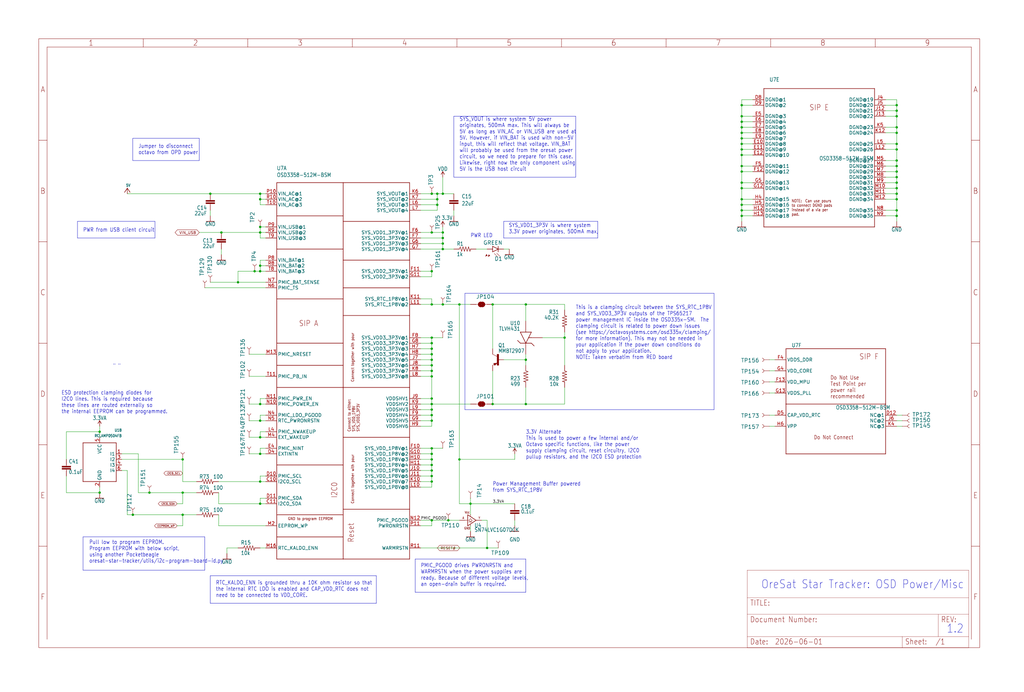
<source format=kicad_sch>
(kicad_sch (version 20250114) (generator "eeschema") (generator_version "9.0")
  (paper "User" 469.9 317.627)
  (text "\" \"" (at 51.816 169.164 0) (effects (font (size 1.778 1.5113)) (justify left bottom)))
  (text "PWR LED" (at 215.9 109.22 0) (effects (font (size 1.778 1.5113)) (justify left bottom)))
  (text "RTC_KALDO_ENN is grounded thru a 10K ohm resistor so that\nthe internal RTC LDO is enabled and CAP_VDD_RTC does not\nneed to be connected to VDD_CORE." (at 99.06 274.32 0) (effects (font (size 1.778 1.5113)) (justify left bottom)))
  (text "PWR from USB client circuit" (at 38.1 106.68 0) (effects (font (size 1.778 1.5113)) (justify left bottom)))
  (text "1.2" (at 434.34 290.83 0) (effects (font (size 3.81 3.2385)) (justify left bottom)))
  (text "PMIC_PGOOD drives PWRONRSTN and\nWARMRSTN when the power supplies are\nready. Because of different voltage levels,\nan open-drain buffer is required." (at 193.04 269.24 0) (effects (font (size 1.778 1.5113)) (justify left bottom)))
  (text "3.3V Alternate\nThis is used to power a few internal and/or\nOctavo specific functions, like the power\nsupply clamping circuit, reset circuitry, I2C0\npullup resistors, and the I2C0 ESD protection" (at 241.3 210.82 0) (effects (font (size 1.778 1.5113)) (justify left bottom)))
  (text "Pull low to program EEPROM.\nProgram EEPROM with below script,\nusing another Pocketbeagle\noresat-star-tracker/utils/i2c-program-board-id.py" (at 40.894 258.572 0) (effects (font (size 1.778 1.5113)) (justify left bottom)))
  (text "Power Management Buffer powered\nfrom SYS_RTC_1P8V" (at 226.06 226.06 0) (effects (font (size 1.778 1.5113)) (justify left bottom)))
  (text "SYS_VDD1_3P3V is where system\n3.3V power originates, 500mA max," (at 233.426 107.442 0) (effects (font (size 1.778 1.5113)) (justify left bottom)))
  (text "SYS_VOUT is where system 5V power\noriginates, 500mA max. This will always be\n5V as long as VIN_AC or VIN_USB are used at\n5V. However, if VIN_BAT is used with non-5V\ninput, this will reflect that voltage. VIN_BAT\nwill probably be used from the oresat power\ncircuit, so we need to prepare for this case.\nLikewise, right now the only component using\n5V is the USB host circuit" (at 210.82 78.74 0) (effects (font (size 1.778 1.5113)) (justify left bottom)))
  (text "OreSat Star Tracker: OSD Power/Misc" (at 349.25 270.51 0) (effects (font (size 3.81 3.2385)) (justify left bottom)))
  (text "This is a clamping circuit between the SYS_RTC_1P8V\nand SYS_VDD3_3P3V outputs of the TPS65217\npower management IC inside the OSD335x-SM.  The\nclamping circuit is related to power down issues\n(see https://octavosystems.com/osd335x/clamping/\nfor more information). This may not be needed in\nyour application if the power down conditions do\nnot apply to your application.\nNOTE: Taken verbatim from RED board" (at 264.16 165.1 0) (effects (font (size 1.778 1.5113)) (justify left bottom)))
  (text "Jumper to disconnect\noctavo from OPD power" (at 63.5 71.12 0) (effects (font (size 1.778 1.5113)) (justify left bottom)))
  (text "ESD protection clamping diodes for\nI2C0 lines. This is required because\nthese lines are routed externally so\nthe internal EEPROM can be programmed." (at 28.194 189.992 0) (effects (font (size 1.778 1.5113)) (justify left bottom)))
  (junction (at 119.38 208.28))
  (junction (at 198.12 167.64))
  (junction (at 226.06 139.7))
  (junction (at 203.2 109.22))
  (junction (at 340.36 96.52))
  (junction (at 203.2 114.3))
  (junction (at 198.12 220.98))
  (junction (at 203.2 111.76))
  (junction (at 198.12 88.9))
  (junction (at 203.2 88.9))
  (junction (at 198.12 182.88))
  (junction (at 411.48 68.58))
  (junction (at 210.82 210.82))
  (junction (at 411.48 96.52))
  (junction (at 200.66 93.98))
  (junction (at 198.12 193.04))
  (junction (at 340.36 53.34))
  (junction (at 198.12 210.82))
  (junction (at 411.48 48.26))
  (junction (at 119.38 185.42))
  (junction (at 340.36 60.96))
  (junction (at 200.66 88.9))
  (junction (at 340.36 91.44))
  (junction (at 198.12 238.76))
  (junction (at 68.58 226.06))
  (junction (at 45.72 198.12))
  (junction (at 198.12 213.36))
  (junction (at 203.2 139.7))
  (junction (at 119.38 88.9))
  (junction (at 198.12 190.5))
  (junction (at 198.12 172.72))
  (junction (at 198.12 165.1))
  (junction (at 198.12 205.74))
  (junction (at 411.48 66.04))
  (junction (at 340.36 63.5))
  (junction (at 198.12 154.94))
  (junction (at 198.12 218.44))
  (junction (at 241.3 139.7))
  (junction (at 101.6 106.68))
  (junction (at 340.36 78.74))
  (junction (at 198.12 157.48))
  (junction (at 83.82 210.82))
  (junction (at 198.12 124.46))
  (junction (at 411.48 83.82))
  (junction (at 198.12 139.7))
  (junction (at 198.12 215.9))
  (junction (at 198.12 106.68))
  (junction (at 205.74 238.76))
  (junction (at 241.3 185.42))
  (junction (at 411.48 53.34))
  (junction (at 215.9 231.14))
  (junction (at 200.66 91.44))
  (junction (at 119.38 91.44))
  (junction (at 198.12 187.96))
  (junction (at 340.36 55.88))
  (junction (at 119.38 104.14))
  (junction (at 203.2 106.68))
  (junction (at 411.48 58.42))
  (junction (at 411.48 78.74))
  (junction (at 411.48 86.36))
  (junction (at 198.12 170.18))
  (junction (at 119.38 193.04))
  (junction (at 411.48 76.2))
  (junction (at 340.36 76.2))
  (junction (at 198.12 208.28))
  (junction (at 83.82 226.06))
  (junction (at 45.72 226.06))
  (junction (at 109.22 129.54))
  (junction (at 411.48 50.8))
  (junction (at 226.06 185.42))
  (junction (at 411.48 88.9))
  (junction (at 119.38 220.98))
  (junction (at 340.36 71.12))
  (junction (at 198.12 162.56))
  (junction (at 198.12 185.42))
  (junction (at 411.48 60.96))
  (junction (at 119.38 231.14))
  (junction (at 340.36 66.04))
  (junction (at 411.48 91.44))
  (junction (at 340.36 83.82))
  (junction (at 340.36 68.58))
  (junction (at 83.82 236.22))
  (junction (at 210.82 139.7))
  (junction (at 119.38 121.92))
  (junction (at 96.52 88.9))
  (junction (at 411.48 73.66))
  (junction (at 259.08 154.94))
  (junction (at 119.38 124.46))
  (junction (at 340.36 58.42))
  (junction (at 340.36 86.36))
  (junction (at 119.38 200.66))
  (junction (at 119.38 106.68))
  (junction (at 223.52 251.46))
  (junction (at 340.36 93.98))
  (junction (at 340.36 48.26))
  (junction (at 198.12 160.02))
  (junction (at 116.84 124.46))
  (junction (at 340.36 99.06))
  (junction (at 411.48 81.28))
  (junction (at 241.3 165.1))
  (junction (at 411.48 99.06))
  (junction (at 60.96 236.22))
  (wire (pts (xy 203.2 88.9) (xy 203.2 81.28)) (stroke (width 0.1524)))
  (polyline (pts (xy 172.72 264.16) (xy 96.52 264.16)) (stroke (width 0.1524) (type solid)))
  (wire (pts (xy 345.44 91.44) (xy 340.36 91.44)) (stroke (width 0.1524)))
  (wire (pts (xy 241.3 185.42) (xy 259.08 185.42)) (stroke (width 0.1524)))
  (wire (pts (xy 340.36 86.36) (xy 340.36 83.82)) (stroke (width 0.1524)))
  (wire (pts (xy 193.04 172.72) (xy 198.12 172.72)) (stroke (width 0.1524)))
  (wire (pts (xy 411.48 99.06) (xy 406.4 99.06)) (stroke (width 0.1524)))
  (wire (pts (xy 198.12 157.48) (xy 198.12 154.94)) (stroke (width 0.1524)))
  (polyline (pts (xy 91.44 63.5) (xy 60.96 63.5)) (stroke (width 0.1524) (type solid)))
  (wire (pts (xy 411.48 99.06) (xy 411.48 96.52)) (stroke (width 0.1524)))
  (polyline (pts (xy 213.36 134.62) (xy 327.66 134.62)) (stroke (width 0.1524) (type solid)))
  (wire (pts (xy 198.12 223.52) (xy 198.12 220.98)) (stroke (width 0.1524)))
  (wire (pts (xy 411.48 86.36) (xy 411.48 83.82)) (stroke (width 0.1524)))
  (wire (pts (xy 210.82 231.14) (xy 215.9 231.14)) (stroke (width 0.1524)))
  (wire (pts (xy 340.36 63.5) (xy 340.36 66.04)) (stroke (width 0.1524)))
  (polyline (pts (xy 35.56 101.6) (xy 35.56 109.22)) (stroke (width 0.1524) (type solid)))
  (wire (pts (xy 411.48 66.04) (xy 411.48 68.58)) (stroke (width 0.1524)))
  (wire (pts (xy 193.04 162.56) (xy 198.12 162.56)) (stroke (width 0.1524)))
  (wire (pts (xy 193.04 208.28) (xy 198.12 208.28)) (stroke (width 0.1524)))
  (wire (pts (xy 340.36 53.34) (xy 340.36 55.88)) (stroke (width 0.1524)))
  (wire (pts (xy 223.52 251.46) (xy 228.6 251.46)) (stroke (width 0.1524)))
  (wire (pts (xy 83.82 220.98) (xy 83.82 210.82)) (stroke (width 0.1524)))
  (wire (pts (xy 340.36 78.74) (xy 340.36 76.2)) (stroke (width 0.1524)))
  (wire (pts (xy 121.92 185.42) (xy 119.38 185.42)) (stroke (width 0.1524)))
  (wire (pts (xy 203.2 114.3) (xy 208.28 114.3)) (stroke (width 0.1524)))
  (wire (pts (xy 198.12 167.64) (xy 198.12 165.1)) (stroke (width 0.1524)))
  (wire (pts (xy 193.04 93.98) (xy 200.66 93.98)) (stroke (width 0.1524)))
  (wire (pts (xy 226.06 185.42) (xy 226.06 170.18)) (stroke (width 0.1524)))
  (wire (pts (xy 355.6 195.58) (xy 353.06 195.58)) (stroke (width 0.1524)))
  (wire (pts (xy 411.48 91.44) (xy 406.4 91.44)) (stroke (width 0.1524)))
  (wire (pts (xy 345.44 48.26) (xy 340.36 48.26)) (stroke (width 0.1524)))
  (polyline (pts (xy 38.1 246.38) (xy 38.1 261.62)) (stroke (width 0.1524) (type solid)))
  (wire (pts (xy 223.52 251.46) (xy 193.04 251.46)) (stroke (width 0.1524)))
  (wire (pts (xy 411.48 58.42) (xy 406.4 58.42)) (stroke (width 0.1524)))
  (wire (pts (xy 340.36 60.96) (xy 340.36 63.5)) (stroke (width 0.1524)))
  (wire (pts (xy 121.92 228.6) (xy 119.38 228.6)) (stroke (width 0.1524)))
  (wire (pts (xy 231.14 114.3) (xy 233.68 114.3)) (stroke (width 0.1524)))
  (wire (pts (xy 241.3 139.7) (xy 259.08 139.7)) (stroke (width 0.1524)))
  (wire (pts (xy 411.48 81.28) (xy 406.4 81.28)) (stroke (width 0.1524)))
  (wire (pts (xy 215.9 139.7) (xy 210.82 139.7)) (stroke (width 0.1524)))
  (polyline (pts (xy 264.16 53.34) (xy 208.28 53.34)) (stroke (width 0.1524) (type solid)))
  (wire (pts (xy 198.12 220.98) (xy 198.12 218.44)) (stroke (width 0.1524)))
  (wire (pts (xy 203.2 106.68) (xy 203.2 104.14)) (stroke (width 0.1524)))
  (wire (pts (xy 121.92 193.04) (xy 119.38 193.04)) (stroke (width 0.1524)))
  (wire (pts (xy 345.44 53.34) (xy 340.36 53.34)) (stroke (width 0.1524)))
  (wire (pts (xy 96.52 129.54) (xy 109.22 129.54)) (stroke (width 0.1524)))
  (wire (pts (xy 205.74 238.76) (xy 198.12 238.76)) (stroke (width 0.1524)))
  (wire (pts (xy 193.04 106.68) (xy 198.12 106.68)) (stroke (width 0.1524)))
  (wire (pts (xy 200.66 91.44) (xy 200.66 88.9)) (stroke (width 0.1524)))
  (polyline (pts (xy 241.3 271.78) (xy 241.3 256.54)) (stroke (width 0.1524) (type solid)))
  (wire (pts (xy 411.48 50.8) (xy 406.4 50.8)) (stroke (width 0.1524)))
  (wire (pts (xy 345.44 83.82) (xy 340.36 83.82)) (stroke (width 0.1524)))
  (wire (pts (xy 411.48 78.74) (xy 411.48 76.2)) (stroke (width 0.1524)))
  (wire (pts (xy 236.22 238.76) (xy 236.22 241.3)) (stroke (width 0.1524)))
  (wire (pts (xy 210.82 238.76) (xy 205.74 238.76)) (stroke (width 0.1524)))
  (wire (pts (xy 340.36 55.88) (xy 340.36 58.42)) (stroke (width 0.1524)))
  (wire (pts (xy 109.22 124.46) (xy 109.22 129.54)) (stroke (width 0.1524)))
  (wire (pts (xy 411.48 73.66) (xy 411.48 76.2)) (stroke (width 0.1524)))
  (wire (pts (xy 203.2 111.76) (xy 203.2 114.3)) (stroke (width 0.1524)))
  (polyline (pts (xy 93.98 246.38) (xy 38.1 246.38)) (stroke (width 0.1524) (type solid)))
  (wire (pts (xy 116.84 124.46) (xy 109.22 124.46)) (stroke (width 0.1524)))
  (wire (pts (xy 100.33 231.14) (xy 119.38 231.14)) (stroke (width 0.1524)))
  (wire (pts (xy 193.04 213.36) (xy 198.12 213.36)) (stroke (width 0.1524)))
  (wire (pts (xy 121.92 124.46) (xy 119.38 124.46)) (stroke (width 0.1524)))
  (wire (pts (xy 100.33 236.22) (xy 100.33 241.3)) (stroke (width 0.1524)))
  (wire (pts (xy 198.12 238.76) (xy 193.04 238.76)) (stroke (width 0.1524)))
  (wire (pts (xy 411.48 66.04) (xy 406.4 66.04)) (stroke (width 0.1524)))
  (wire (pts (xy 218.44 114.3) (xy 223.52 114.3)) (stroke (width 0.1524)))
  (wire (pts (xy 208.28 88.9) (xy 203.2 88.9)) (stroke (width 0.1524)))
  (wire (pts (xy 226.06 160.02) (xy 226.06 139.7)) (stroke (width 0.1524)))
  (wire (pts (xy 101.6 116.84) (xy 101.6 114.3)) (stroke (width 0.1524)))
  (wire (pts (xy 30.48 210.82) (xy 30.48 198.12)) (stroke (width 0.1524)))
  (wire (pts (xy 340.36 71.12) (xy 340.36 76.2)) (stroke (width 0.1524)))
  (wire (pts (xy 193.04 157.48) (xy 198.12 157.48)) (stroke (width 0.1524)))
  (wire (pts (xy 345.44 63.5) (xy 340.36 63.5)) (stroke (width 0.1524)))
  (wire (pts (xy 198.12 190.5) (xy 198.12 187.96)) (stroke (width 0.1524)))
  (wire (pts (xy 340.36 96.52) (xy 340.36 93.98)) (stroke (width 0.1524)))
  (wire (pts (xy 241.3 162.56) (xy 241.3 165.1)) (stroke (width 0.1524)))
  (wire (pts (xy 411.48 81.28) (xy 411.48 78.74)) (stroke (width 0.1524)))
  (wire (pts (xy 198.12 160.02) (xy 198.12 157.48)) (stroke (width 0.1524)))
  (wire (pts (xy 411.48 50.8) (xy 411.48 53.34)) (stroke (width 0.1524)))
  (wire (pts (xy 198.12 165.1) (xy 198.12 162.56)) (stroke (width 0.1524)))
  (wire (pts (xy 193.04 205.74) (xy 198.12 205.74)) (stroke (width 0.1524)))
  (wire (pts (xy 236.22 210.82) (xy 210.82 210.82)) (stroke (width 0.1524)))
  (wire (pts (xy 114.3 172.72) (xy 121.92 172.72)) (stroke (width 0.1524)))
  (wire (pts (xy 259.08 185.42) (xy 259.08 177.8)) (stroke (width 0.1524)))
  (wire (pts (xy 345.44 60.96) (xy 340.36 60.96)) (stroke (width 0.1524)))
  (wire (pts (xy 198.12 124.46) (xy 193.04 124.46)) (stroke (width 0.1524)))
  (wire (pts (xy 45.72 198.12) (xy 45.72 195.58)) (stroke (width 0.1524)))
  (wire (pts (xy 119.38 124.46) (xy 119.38 121.92)) (stroke (width 0.1524)))
  (wire (pts (xy 411.48 78.74) (xy 406.4 78.74)) (stroke (width 0.1524)))
  (polyline (pts (xy 71.12 101.6) (xy 35.56 101.6)) (stroke (width 0.1524) (type solid)))
  (wire (pts (xy 345.44 45.72) (xy 340.36 45.72)) (stroke (width 0.1524)))
  (wire (pts (xy 193.04 241.3) (xy 198.12 241.3)) (stroke (width 0.1524)))
  (wire (pts (xy 411.48 88.9) (xy 411.48 86.36)) (stroke (width 0.1524)))
  (wire (pts (xy 223.52 251.46) (xy 223.52 238.76)) (stroke (width 0.1524)))
  (wire (pts (xy 198.12 106.68) (xy 203.2 106.68)) (stroke (width 0.1524)))
  (wire (pts (xy 30.48 218.44) (xy 30.48 226.06)) (stroke (width 0.1524)))
  (wire (pts (xy 83.82 241.3) (xy 81.28 241.3)) (stroke (width 0.1524)))
  (polyline (pts (xy 327.66 134.62) (xy 327.66 187.96)) (stroke (width 0.1524) (type solid)))
  (wire (pts (xy 340.36 68.58) (xy 340.36 71.12)) (stroke (width 0.1524)))
  (wire (pts (xy 198.12 241.3) (xy 198.12 238.76)) (stroke (width 0.1524)))
  (wire (pts (xy 241.3 185.42) (xy 226.06 185.42)) (stroke (width 0.1524)))
  (wire (pts (xy 411.48 76.2) (xy 406.4 76.2)) (stroke (width 0.1524)))
  (wire (pts (xy 119.38 88.9) (xy 121.92 88.9)) (stroke (width 0.1524)))
  (wire (pts (xy 198.12 195.58) (xy 198.12 193.04)) (stroke (width 0.1524)))
  (wire (pts (xy 121.92 91.44) (xy 119.38 91.44)) (stroke (width 0.1524)))
  (wire (pts (xy 215.9 228.6) (xy 215.9 231.14)) (stroke (width 0.1524)))
  (wire (pts (xy 100.33 220.98) (xy 119.38 220.98)) (stroke (width 0.1524)))
  (wire (pts (xy 411.48 88.9) (xy 406.4 88.9)) (stroke (width 0.1524)))
  (wire (pts (xy 83.82 236.22) (xy 60.96 236.22)) (stroke (width 0.1524)))
  (polyline (pts (xy 327.66 187.96) (xy 213.36 187.96)) (stroke (width 0.1524) (type solid)))
  (wire (pts (xy 411.48 83.82) (xy 411.48 81.28)) (stroke (width 0.1524)))
  (wire (pts (xy 101.6 106.68) (xy 91.44 106.68)) (stroke (width 0.1524)))
  (wire (pts (xy 353.06 190.5) (xy 355.6 190.5)) (stroke (width 0.1524)))
  (wire (pts (xy 121.92 205.74) (xy 119.38 205.74)) (stroke (width 0.1524)))
  (wire (pts (xy 119.38 88.9) (xy 96.52 88.9)) (stroke (width 0.1524)))
  (wire (pts (xy 411.48 48.26) (xy 411.48 50.8)) (stroke (width 0.1524)))
  (polyline (pts (xy 241.3 256.54) (xy 190.5 256.54)) (stroke (width 0.1524) (type solid)))
  (wire (pts (xy 93.98 132.08) (xy 121.92 132.08)) (stroke (width 0.1524)))
  (wire (pts (xy 259.08 139.7) (xy 259.08 142.24)) (stroke (width 0.1524)))
  (wire (pts (xy 200.66 93.98) (xy 200.66 91.44)) (stroke (width 0.1524)))
  (wire (pts (xy 193.04 139.7) (xy 198.12 139.7)) (stroke (width 0.1524)))
  (wire (pts (xy 100.33 241.3) (xy 121.92 241.3)) (stroke (width 0.1524)))
  (wire (pts (xy 411.48 91.44) (xy 411.48 88.9)) (stroke (width 0.1524)))
  (wire (pts (xy 198.12 185.42) (xy 198.12 182.88)) (stroke (width 0.1524)))
  (wire (pts (xy 411.48 96.52) (xy 406.4 96.52)) (stroke (width 0.1524)))
  (wire (pts (xy 208.28 96.52) (xy 208.28 99.06)) (stroke (width 0.1524)))
  (wire (pts (xy 355.6 170.18) (xy 353.06 170.18)) (stroke (width 0.1524)))
  (wire (pts (xy 109.22 251.46) (xy 104.14 251.46)) (stroke (width 0.1524)))
  (wire (pts (xy 411.48 68.58) (xy 411.48 73.66)) (stroke (width 0.1524)))
  (wire (pts (xy 353.06 175.26) (xy 355.6 175.26)) (stroke (width 0.1524)))
  (wire (pts (xy 193.04 170.18) (xy 198.12 170.18)) (stroke (width 0.1524)))
  (wire (pts (xy 411.48 83.82) (xy 406.4 83.82)) (stroke (width 0.1524)))
  (wire (pts (xy 119.38 91.44) (xy 119.38 88.9)) (stroke (width 0.1524)))
  (polyline (pts (xy 96.52 276.86) (xy 172.72 276.86)) (stroke (width 0.1524) (type solid)))
  (wire (pts (xy 83.82 231.14) (xy 81.28 231.14)) (stroke (width 0.1524)))
  (wire (pts (xy 193.04 127) (xy 198.12 127)) (stroke (width 0.1524)))
  (wire (pts (xy 68.58 226.06) (xy 63.5 226.06)) (stroke (width 0.1524)))
  (wire (pts (xy 411.48 195.58) (xy 414.02 195.58)) (stroke (width 0.1524)))
  (wire (pts (xy 114.3 162.56) (xy 121.92 162.56)) (stroke (width 0.1524)))
  (wire (pts (xy 193.04 185.42) (xy 198.12 185.42)) (stroke (width 0.1524)))
  (wire (pts (xy 210.82 139.7) (xy 210.82 210.82)) (stroke (width 0.1524)))
  (wire (pts (xy 63.5 226.06) (xy 63.5 208.28)) (stroke (width 0.1524)))
  (wire (pts (xy 411.48 73.66) (xy 406.4 73.66)) (stroke (width 0.1524)))
  (wire (pts (xy 119.38 205.74) (xy 119.38 208.28)) (stroke (width 0.1524)))
  (wire (pts (xy 411.48 53.34) (xy 406.4 53.34)) (stroke (width 0.1524)))
  (wire (pts (xy 340.36 48.26) (xy 340.36 53.34)) (stroke (width 0.1524)))
  (wire (pts (xy 193.04 96.52) (xy 200.66 96.52)) (stroke (width 0.1524)))
  (wire (pts (xy 119.38 121.92) (xy 119.38 119.38)) (stroke (width 0.1524)))
  (wire (pts (xy 198.12 172.72) (xy 198.12 170.18)) (stroke (width 0.1524)))
  (wire (pts (xy 241.3 147.32) (xy 241.3 139.7)) (stroke (width 0.1524)))
  (wire (pts (xy 198.12 88.9) (xy 200.66 88.9)) (stroke (width 0.1524)))
  (wire (pts (xy 121.92 106.68) (xy 119.38 106.68)) (stroke (width 0.1524)))
  (wire (pts (xy 198.12 193.04) (xy 198.12 190.5)) (stroke (width 0.1524)))
  (wire (pts (xy 119.38 190.5) (xy 119.38 193.04)) (stroke (width 0.1524)))
  (wire (pts (xy 345.44 99.06) (xy 340.36 99.06)) (stroke (width 0.1524)))
  (wire (pts (xy 198.12 218.44) (xy 198.12 215.9)) (stroke (width 0.1524)))
  (wire (pts (xy 340.36 58.42) (xy 340.36 60.96)) (stroke (width 0.1524)))
  (wire (pts (xy 355.6 180.34) (xy 353.06 180.34)) (stroke (width 0.1524)))
  (wire (pts (xy 193.04 210.82) (xy 198.12 210.82)) (stroke (width 0.1524)))
  (wire (pts (xy 340.36 91.44) (xy 340.36 86.36)) (stroke (width 0.1524)))
  (wire (pts (xy 119.38 193.04) (xy 114.3 193.04)) (stroke (width 0.1524)))
  (wire (pts (xy 83.82 231.14) (xy 83.82 226.06)) (stroke (width 0.1524)))
  (wire (pts (xy 193.04 88.9) (xy 198.12 88.9)) (stroke (width 0.1524)))
  (wire (pts (xy 119.38 200.66) (xy 114.3 200.66)) (stroke (width 0.1524)))
  (polyline (pts (xy 231.14 109.22) (xy 231.14 101.6)) (stroke (width 0.1524) (type solid)))
  (wire (pts (xy 411.48 45.72) (xy 406.4 45.72)) (stroke (width 0.1524)))
  (wire (pts (xy 119.38 185.42) (xy 114.3 185.42)) (stroke (width 0.1524)))
  (wire (pts (xy 198.12 162.56) (xy 198.12 160.02)) (stroke (width 0.1524)))
  (wire (pts (xy 241.3 165.1) (xy 241.3 167.64)) (stroke (width 0.1524)))
  (wire (pts (xy 411.48 60.96) (xy 411.48 66.04)) (stroke (width 0.1524)))
  (wire (pts (xy 411.48 101.6) (xy 411.48 99.06)) (stroke (width 0.1524)))
  (wire (pts (xy 200.66 88.9) (xy 203.2 88.9)) (stroke (width 0.1524)))
  (polyline (pts (xy 264.16 81.28) (xy 264.16 53.34)) (stroke (width 0.1524) (type solid)))
  (wire (pts (xy 198.12 127) (xy 198.12 124.46)) (stroke (width 0.1524)))
  (wire (pts (xy 198.12 154.94) (xy 203.2 154.94)) (stroke (width 0.1524)))
  (wire (pts (xy 345.44 86.36) (xy 340.36 86.36)) (stroke (width 0.1524)))
  (wire (pts (xy 203.2 109.22) (xy 203.2 111.76)) (stroke (width 0.1524)))
  (polyline (pts (xy 91.44 73.66) (xy 91.44 63.5)) (stroke (width 0.1524) (type solid)))
  (wire (pts (xy 119.38 182.88) (xy 119.38 185.42)) (stroke (width 0.1524)))
  (wire (pts (xy 345.44 93.98) (xy 340.36 93.98)) (stroke (width 0.1524)))
  (wire (pts (xy 198.12 137.16) (xy 193.04 137.16)) (stroke (width 0.1524)))
  (wire (pts (xy 193.04 223.52) (xy 198.12 223.52)) (stroke (width 0.1524)))
  (wire (pts (xy 193.04 218.44) (xy 198.12 218.44)) (stroke (width 0.1524)))
  (wire (pts (xy 45.72 226.06) (xy 45.72 223.52)) (stroke (width 0.1524)))
  (polyline (pts (xy 231.14 101.6) (xy 274.32 101.6)) (stroke (width 0.1524) (type solid)))
  (wire (pts (xy 58.42 88.9) (xy 96.52 88.9)) (stroke (width 0.1524)))
  (wire (pts (xy 241.3 165.1) (xy 231.14 165.1)) (stroke (width 0.1524)))
  (wire (pts (xy 345.44 96.52) (xy 340.36 96.52)) (stroke (width 0.1524)))
  (wire (pts (xy 119.38 208.28) (xy 114.3 208.28)) (stroke (width 0.1524)))
  (wire (pts (xy 198.12 215.9) (xy 198.12 213.36)) (stroke (width 0.1524)))
  (wire (pts (xy 200.66 96.52) (xy 200.66 93.98)) (stroke (width 0.1524)))
  (wire (pts (xy 119.38 124.46) (xy 116.84 124.46)) (stroke (width 0.1524)))
  (polyline (pts (xy 190.5 271.78) (xy 241.3 271.78)) (stroke (width 0.1524) (type solid)))
  (wire (pts (xy 340.36 66.04) (xy 340.36 68.58)) (stroke (width 0.1524)))
  (wire (pts (xy 121.92 93.98) (xy 119.38 93.98)) (stroke (width 0.1524)))
  (polyline (pts (xy 274.32 109.22) (xy 231.14 109.22)) (stroke (width 0.1524) (type solid)))
  (wire (pts (xy 193.04 187.96) (xy 198.12 187.96)) (stroke (width 0.1524)))
  (wire (pts (xy 198.12 139.7) (xy 203.2 139.7)) (stroke (width 0.1524)))
  (wire (pts (xy 411.48 45.72) (xy 411.48 48.26)) (stroke (width 0.1524)))
  (wire (pts (xy 241.3 177.8) (xy 241.3 185.42)) (stroke (width 0.1524)))
  (wire (pts (xy 411.48 68.58) (xy 406.4 68.58)) (stroke (width 0.1524)))
  (wire (pts (xy 198.12 185.42) (xy 215.9 185.42)) (stroke (width 0.1524)))
  (wire (pts (xy 121.92 208.28) (xy 119.38 208.28)) (stroke (width 0.1524)))
  (wire (pts (xy 198.12 139.7) (xy 198.12 137.16)) (stroke (width 0.1524)))
  (polyline (pts (xy 172.72 276.86) (xy 172.72 264.16)) (stroke (width 0.1524) (type solid)))
  (wire (pts (xy 193.04 165.1) (xy 198.12 165.1)) (stroke (width 0.1524)))
  (wire (pts (xy 193.04 190.5) (xy 198.12 190.5)) (stroke (width 0.1524)))
  (wire (pts (xy 109.22 129.54) (xy 121.92 129.54)) (stroke (width 0.1524)))
  (wire (pts (xy 236.22 231.14) (xy 215.9 231.14)) (stroke (width 0.1524)))
  (polyline (pts (xy 71.12 109.22) (xy 71.12 101.6)) (stroke (width 0.1524) (type solid)))
  (wire (pts (xy 340.36 45.72) (xy 340.36 48.26)) (stroke (width 0.1524)))
  (polyline (pts (xy 213.36 187.96) (xy 213.36 134.62)) (stroke (width 0.1524) (type solid)))
  (wire (pts (xy 259.08 154.94) (xy 248.92 154.94)) (stroke (width 0.1524)))
  (polyline (pts (xy 38.1 261.62) (xy 93.98 261.62)) (stroke (width 0.1524) (type solid)))
  (polyline (pts (xy 60.96 73.66) (xy 91.44 73.66)) (stroke (width 0.1524) (type solid)))
  (wire (pts (xy 58.42 215.9) (xy 55.88 215.9)) (stroke (width 0.1524)))
  (polyline (pts (xy 208.28 53.34) (xy 208.28 81.28)) (stroke (width 0.1524) (type solid)))
  (wire (pts (xy 83.82 226.06) (xy 68.58 226.06)) (stroke (width 0.1524)))
  (wire (pts (xy 90.17 220.98) (xy 83.82 220.98)) (stroke (width 0.1524)))
  (wire (pts (xy 193.04 167.64) (xy 198.12 167.64)) (stroke (width 0.1524)))
  (wire (pts (xy 411.48 53.34) (xy 411.48 58.42)) (stroke (width 0.1524)))
  (wire (pts (xy 193.04 111.76) (xy 203.2 111.76)) (stroke (width 0.1524)))
  (wire (pts (xy 345.44 78.74) (xy 340.36 78.74)) (stroke (width 0.1524)))
  (wire (pts (xy 83.82 210.82) (xy 55.88 210.82)) (stroke (width 0.1524)))
  (wire (pts (xy 345.44 76.2) (xy 340.36 76.2)) (stroke (width 0.1524)))
  (wire (pts (xy 96.52 99.06) (xy 96.52 96.52)) (stroke (width 0.1524)))
  (wire (pts (xy 58.42 236.22) (xy 58.42 215.9)) (stroke (width 0.1524)))
  (wire (pts (xy 90.17 236.22) (xy 83.82 236.22)) (stroke (width 0.1524)))
  (wire (pts (xy 345.44 55.88) (xy 340.36 55.88)) (stroke (width 0.1524)))
  (wire (pts (xy 198.12 182.88) (xy 198.12 172.72)) (stroke (width 0.1524)))
  (wire (pts (xy 210.82 139.7) (xy 203.2 139.7)) (stroke (width 0.1524)))
  (wire (pts (xy 198.12 187.96) (xy 198.12 185.42)) (stroke (width 0.1524)))
  (wire (pts (xy 63.5 208.28) (xy 55.88 208.28)) (stroke (width 0.1524)))
  (wire (pts (xy 223.52 238.76) (xy 220.98 238.76)) (stroke (width 0.1524)))
  (wire (pts (xy 411.48 60.96) (xy 406.4 60.96)) (stroke (width 0.1524)))
  (wire (pts (xy 236.22 208.28) (xy 236.22 210.82)) (stroke (width 0.1524)))
  (wire (pts (xy 119.38 109.22) (xy 119.38 106.68)) (stroke (width 0.1524)))
  (polyline (pts (xy 208.28 81.28) (xy 264.16 81.28)) (stroke (width 0.1524) (type solid)))
  (wire (pts (xy 193.04 154.94) (xy 198.12 154.94)) (stroke (width 0.1524)))
  (wire (pts (xy 353.06 165.1) (xy 355.6 165.1)) (stroke (width 0.1524)))
  (wire (pts (xy 411.48 190.5) (xy 414.02 190.5)) (stroke (width 0.1524)))
  (wire (pts (xy 203.2 114.3) (xy 193.04 114.3)) (stroke (width 0.1524)))
  (wire (pts (xy 210.82 210.82) (xy 210.82 231.14)) (stroke (width 0.1524)))
  (wire (pts (xy 226.06 139.7) (xy 241.3 139.7)) (stroke (width 0.1524)))
  (wire (pts (xy 345.44 68.58) (xy 340.36 68.58)) (stroke (width 0.1524)))
  (wire (pts (xy 193.04 193.04) (xy 198.12 193.04)) (stroke (width 0.1524)))
  (polyline (pts (xy 190.5 256.54) (xy 190.5 271.78)) (stroke (width 0.1524) (type solid)))
  (wire (pts (xy 119.38 93.98) (xy 119.38 91.44)) (stroke (width 0.1524)))
  (wire (pts (xy 100.33 226.06) (xy 100.33 231.14)) (stroke (width 0.1524)))
  (wire (pts (xy 193.04 109.22) (xy 203.2 109.22)) (stroke (width 0.1524)))
  (polyline (pts (xy 274.32 101.6) (xy 274.32 109.22)) (stroke (width 0.1524) (type solid)))
  (wire (pts (xy 340.36 101.6) (xy 340.36 99.06)) (stroke (width 0.1524)))
  (wire (pts (xy 119.38 119.38) (xy 121.92 119.38)) (stroke (width 0.1524)))
  (wire (pts (xy 121.92 231.14) (xy 119.38 231.14)) (stroke (width 0.1524)))
  (wire (pts (xy 30.48 226.06) (xy 45.72 226.06)) (stroke (width 0.1524)))
  (wire (pts (xy 121.92 220.98) (xy 119.38 220.98)) (stroke (width 0.1524)))
  (wire (pts (xy 215.9 231.14) (xy 215.9 236.22)) (stroke (width 0.1524)))
  (wire (pts (xy 121.92 251.46) (xy 119.38 251.46)) (stroke (width 0.1524)))
  (wire (pts (xy 198.12 210.82) (xy 198.12 208.28)) (stroke (width 0.1524)))
  (wire (pts (xy 83.82 241.3) (xy 83.82 236.22)) (stroke (width 0.1524)))
  (wire (pts (xy 121.92 218.44) (xy 119.38 218.44)) (stroke (width 0.1524)))
  (wire (pts (xy 193.04 215.9) (xy 198.12 215.9)) (stroke (width 0.1524)))
  (wire (pts (xy 259.08 167.64) (xy 259.08 154.94)) (stroke (width 0.1524)))
  (wire (pts (xy 121.92 190.5) (xy 119.38 190.5)) (stroke (width 0.1524)))
  (wire (pts (xy 60.96 236.22) (xy 58.42 236.22)) (stroke (width 0.1524)))
  (wire (pts (xy 193.04 91.44) (xy 200.66 91.44)) (stroke (width 0.1524)))
  (polyline (pts (xy 93.98 261.62) (xy 93.98 246.38)) (stroke (width 0.1524) (type solid)))
  (wire (pts (xy 30.48 198.12) (xy 45.72 198.12)) (stroke (width 0.1524)))
  (wire (pts (xy 340.36 93.98) (xy 340.36 91.44)) (stroke (width 0.1524)))
  (wire (pts (xy 119.38 198.12) (xy 119.38 200.66)) (stroke (width 0.1524)))
  (wire (pts (xy 411.48 96.52) (xy 411.48 91.44)) (stroke (width 0.1524)))
  (wire (pts (xy 193.04 195.58) (xy 198.12 195.58)) (stroke (width 0.1524)))
  (wire (pts (xy 198.12 170.18) (xy 198.12 167.64)) (stroke (width 0.1524)))
  (wire (pts (xy 121.92 198.12) (xy 119.38 198.12)) (stroke (width 0.1524)))
  (wire (pts (xy 345.44 71.12) (xy 340.36 71.12)) (stroke (width 0.1524)))
  (polyline (pts (xy 35.56 109.22) (xy 71.12 109.22)) (stroke (width 0.1524) (type solid)))
  (wire (pts (xy 119.38 106.68) (xy 119.38 104.14)) (stroke (width 0.1524)))
  (wire (pts (xy 119.38 104.14) (xy 121.92 104.14)) (stroke (width 0.1524)))
  (wire (pts (xy 414.02 193.04) (xy 411.48 193.04)) (stroke (width 0.1524)))
  (wire (pts (xy 119.38 218.44) (xy 119.38 220.98)) (stroke (width 0.1524)))
  (wire (pts (xy 411.48 86.36) (xy 406.4 86.36)) (stroke (width 0.1524)))
  (wire (pts (xy 119.38 106.68) (xy 101.6 106.68)) (stroke (width 0.1524)))
  (wire (pts (xy 411.48 48.26) (xy 406.4 48.26)) (stroke (width 0.1524)))
  (wire (pts (xy 83.82 226.06) (xy 90.17 226.06)) (stroke (width 0.1524)))
  (wire (pts (xy 198.12 205.74) (xy 203.2 205.74)) (stroke (width 0.1524)))
  (wire (pts (xy 345.44 58.42) (xy 340.36 58.42)) (stroke (width 0.1524)))
  (wire (pts (xy 193.04 182.88) (xy 198.12 182.88)) (stroke (width 0.1524)))
  (wire (pts (xy 104.14 251.46) (xy 104.14 254)) (stroke (width 0.1524)))
  (wire (pts (xy 45.72 200.66) (xy 45.72 198.12)) (stroke (width 0.1524)))
  (wire (pts (xy 345.44 66.04) (xy 340.36 66.04)) (stroke (width 0.1524)))
  (wire (pts (xy 119.38 228.6) (xy 119.38 231.14)) (stroke (width 0.1524)))
  (wire (pts (xy 203.2 109.22) (xy 203.2 106.68)) (stroke (width 0.1524)))
  (wire (pts (xy 121.92 121.92) (xy 119.38 121.92)) (stroke (width 0.1524)))
  (wire (pts (xy 340.36 78.74) (xy 340.36 83.82)) (stroke (width 0.1524)))
  (wire (pts (xy 193.04 160.02) (xy 198.12 160.02)) (stroke (width 0.1524)))
  (wire (pts (xy 121.92 200.66) (xy 119.38 200.66)) (stroke (width 0.1524)))
  (wire (pts (xy 121.92 109.22) (xy 119.38 109.22)) (stroke (width 0.1524)))
  (wire (pts (xy 193.04 220.98) (xy 198.12 220.98)) (stroke (width 0.1524)))
  (polyline (pts (xy 60.96 63.5) (xy 60.96 73.66)) (stroke (width 0.1524) (type solid)))
  (wire (pts (xy 259.08 154.94) (xy 259.08 152.4)) (stroke (width 0.1524)))
  (wire (pts (xy 198.12 208.28) (xy 198.12 205.74)) (stroke (width 0.1524)))
  (wire (pts (xy 198.12 213.36) (xy 198.12 210.82)) (stroke (width 0.1524)))
  (wire (pts (xy 121.92 182.88) (xy 119.38 182.88)) (stroke (width 0.1524)))
  (wire (pts (xy 215.9 243.84) (xy 215.9 241.3)) (stroke (width 0.1524)))
  (wire (pts (xy 340.36 99.06) (xy 340.36 96.52)) (stroke (width 0.1524)))
  (wire (pts (xy 411.48 58.42) (xy 411.48 60.96)) (stroke (width 0.1524)))
  (polyline (pts (xy 96.52 264.16) (xy 96.52 276.86)) (stroke (width 0.1524) (type solid)))
  (label "PMIC_PGOOD" (at 193.04 238.76 0) (effects (font (size 1.2446 1.2446))))
  (label "3.3VA" (at 226.06 231.14 0) (effects (font (size 1.2446 1.2446))))
  (global_label "I2C0_SDA" (shape bidirectional) (at 81.28 231.14 180) (effects (font (size 0.889 0.889))) (property "Intersheetrefs" "${INTERSHEET_REFS}" (effects (hide yes))))
  (global_label "I2C0_SCL" (shape bidirectional) (at 83.82 217.17 180) (effects (font (size 0.889 0.889))) (property "Intersheetrefs" "${INTERSHEET_REFS}" (effects (hide yes))))
  (global_label "RESET#" (shape bidirectional) (at 200.66 251.46 0) (effects (font (size 1.2446 1.2446))) (property "Intersheetrefs" "${INTERSHEET_REFS}" (effects (hide yes))))
  (global_label "VIN_USB" (shape bidirectional) (at 91.44 106.68 180) (effects (font (size 1.2446 1.2446))) (property "Intersheetrefs" "${INTERSHEET_REFS}" (effects (hide yes))))
  (global_label "EEPROM_WP" (shape bidirectional) (at 81.28 241.3 180) (effects (font (size 0.889 0.889))) (property "Intersheetrefs" "${INTERSHEET_REFS}" (effects (hide yes))))
  (symbol (lib_id "star-tracker-card-eagle-import:frames_229_FRAME_B_L") (at 342.9 297.18 0) (unit 2)
    (property "Reference" "#FRAME5" (effects (hide yes)))
    (property "Value" "FRAME_B_L" (effects (hide yes)))
  )
  (symbol (lib_id "star-tracker-card-eagle-import:LED-GREEN0603") (at 226.06 114.3 90) (unit 1)
    (property "Reference" "D1" (at 230.632 117.729 90) (effects (font (size 1.778 1.778)) (justify left bottom)))
    (property "Value" "GREEN" (at 230.632 112.395 90) (effects (font (size 1.778 1.778)) (justify left top)))
    (property "Footprint" "star-tracker-card:LED-0603" (effects (hide yes)))
  )
  (symbol (lib_id "star-tracker-card-eagle-import:C-EU0603-A") (at 30.48 213.36 0) (unit 1)
    (property "Reference" "C41" (at 31.496 212.725 0) (effects (font (size 1.778 1.5113)) (justify left bottom)))
    (property "Value" "0.1uF" (at 31.496 217.551 0) (effects (font (size 1.778 1.5113)) (justify left bottom)))
    (property "Footprint" "star-tracker-card:.0603-A" (effects (hide yes)))
  )
  (symbol (lib_id "star-tracker-card-eagle-import:TEST-POINT3X4") (at 203.2 154.94 90) (unit 1)
    (property "Reference" "TP165" (at 207.645 155.575 0) (effects (font (size 1.778 1.778)) (justify left bottom)))
    (property "Value" "TEST-POINT3X4" (effects (hide yes)))
    (property "Footprint" "star-tracker-card:PAD.03X.04" (effects (hide yes)))
  )
  (symbol (lib_id "star-tracker-card-eagle-import:RCLAMP0504FB") (at 45.72 210.82 0) (mirror y) (unit 1)
    (property "Reference" "U18" (at 55.88 198.12 0) (effects (font (size 1.27 1.0795)) (justify left bottom)))
    (property "Value" "RCLAMP0504FB" (at 55.88 200.66 0) (effects (font (size 1.27 1.0795)) (justify left bottom)))
    (property "Footprint" "star-tracker-card:SC70-6" (effects (hide yes)))
  )
  (symbol (lib_id "star-tracker-card-eagle-import:GND") (at 208.28 101.6 0) (unit 1)
    (property "Reference" "#GND75" (effects (hide yes)))
    (property "Value" "GND" (at 208.28 101.854 0) (effects (font (size 1.778 1.5113)) (justify top)))
  )
  (symbol (lib_id "star-tracker-card-eagle-import:R-US_0603-A") (at 213.36 114.3 0) (unit 1)
    (property "Reference" "R1" (at 209.55 112.8014 0) (effects (font (size 1.778 1.5113)) (justify left bottom)))
    (property "Value" "1k" (at 209.55 117.602 0) (effects (font (size 1.778 1.5113)) (justify left bottom)))
    (property "Footprint" "star-tracker-card:.0603-A" (effects (hide yes)))
  )
  (symbol (lib_id "star-tracker-card-eagle-import:R-US_0603-A") (at 241.3 172.72 270) (unit 1)
    (property "Reference" "R23" (at 238.76 172.72 90) (effects (font (size 1.778 1.5113)) (justify right top)))
    (property "Value" "499" (at 238.76 175.26 90) (effects (font (size 1.778 1.5113)) (justify right top)))
    (property "Footprint" "star-tracker-card:.0603-A" (effects (hide yes)))
  )
  (symbol (lib_id "star-tracker-card-eagle-import:C-EUC1210") (at 96.52 91.44 0) (unit 1)
    (property "Reference" "C14" (at 94.996 94.361 0) (effects (font (size 1.778 1.5113)) (justify right top)))
    (property "Value" "22uF" (at 94.996 96.901 0) (effects (font (size 1.778 1.5113)) (justify right top)))
    (property "Footprint" "star-tracker-card:C1210" (effects (hide yes)))
  )
  (symbol (lib_id "star-tracker-card-eagle-import:TEST-POINT3X4") (at 198.12 106.68 90) (unit 1)
    (property "Reference" "TP25" (at 201.93 105.41 0) (effects (font (size 1.778 1.778)) (justify left bottom)))
    (property "Value" "TEST-POINT3X4" (effects (hide yes)))
    (property "Footprint" "star-tracker-card:PAD.03X.04" (effects (hide yes)))
  )
  (symbol (lib_id "star-tracker-card-eagle-import:GND") (at 236.22 243.84 0) (unit 1)
    (property "Reference" "#GND72" (effects (hide yes)))
    (property "Value" "GND" (at 236.22 246.634 0) (effects (font (size 1.778 1.5113)) (justify top)))
  )
  (symbol (lib_id "star-tracker-card-eagle-import:C-EUC1210") (at 101.6 109.22 0) (unit 1)
    (property "Reference" "C13" (at 92.964 111.379 0) (effects (font (size 1.778 1.5113)) (justify left bottom)))
    (property "Value" "22uF" (at 92.964 113.919 0) (effects (font (size 1.778 1.5113)) (justify left bottom)))
    (property "Footprint" "star-tracker-card:C1210" (effects (hide yes)))
  )
  (symbol (lib_id "star-tracker-card-eagle-import:TEST-POINT3X4") (at 353.06 175.26 180) (unit 1)
    (property "Reference" "TP160" (at 348.488 174.498 0) (effects (font (size 1.778 1.778)) (justify left bottom)))
    (property "Value" "TEST-POINT3X4" (effects (hide yes)))
    (property "Footprint" "star-tracker-card:PAD.03X.04" (effects (hide yes)))
  )
  (symbol (lib_id "star-tracker-card-eagle-import:TEST-POINT3X4") (at 93.98 132.08 90) (unit 1)
    (property "Reference" "TP129" (at 93.726 126.746 0) (effects (font (size 1.778 1.778)) (justify left bottom)))
    (property "Value" "TEST-POINT3X4" (effects (hide yes)))
    (property "Footprint" "star-tracker-card:PAD.03X.04" (effects (hide yes)))
  )
  (symbol (lib_id "star-tracker-card-eagle-import:TEST-POINT3X4") (at 198.12 124.46 90) (unit 1)
    (property "Reference" "TP161" (at 201.93 123.19 0) (effects (font (size 1.778 1.778)) (justify left bottom)))
    (property "Value" "TEST-POINT3X4" (effects (hide yes)))
    (property "Footprint" "star-tracker-card:PAD.03X.04" (effects (hide yes)))
  )
  (symbol (lib_id "star-tracker-card-eagle-import:R-US_0603-A") (at 259.08 172.72 270) (unit 1)
    (property "Reference" "R28" (at 256.54 172.72 90) (effects (font (size 1.778 1.5113)) (justify right top)))
    (property "Value" "10k" (at 256.54 175.26 90) (effects (font (size 1.778 1.5113)) (justify right top)))
    (property "Footprint" "star-tracker-card:.0603-A" (effects (hide yes)))
  )
  (symbol (lib_id "star-tracker-card-eagle-import:TEST-POINT3X4") (at 203.2 205.74 90) (unit 1)
    (property "Reference" "TP163" (at 208.28 205.74 0) (effects (font (size 1.778 1.778)) (justify left bottom)))
    (property "Value" "TEST-POINT3X4" (effects (hide yes)))
    (property "Footprint" "star-tracker-card:PAD.03X.04" (effects (hide yes)))
  )
  (symbol (lib_id "star-tracker-card-eagle-import:R-US_0603-A") (at 259.08 147.32 270) (unit 1)
    (property "Reference" "R31" (at 256.54 142.24 90) (effects (font (size 1.778 1.5113)) (justify right top)))
    (property "Value" "40.2K" (at 256.54 144.78 90) (effects (font (size 1.778 1.5113)) (justify right top)))
    (property "Footprint" "star-tracker-card:.0603-A" (effects (hide yes)))
  )
  (symbol (lib_id "star-tracker-card-eagle-import:TEST-POINT3X4") (at 198.12 88.9 90) (unit 1)
    (property "Reference" "TP3" (at 198.755 85.09 0) (effects (font (size 1.778 1.778)) (justify left bottom)))
    (property "Value" "TEST-POINT3X4" (effects (hide yes)))
    (property "Footprint" "star-tracker-card:PAD.03X.04" (effects (hide yes)))
  )
  (symbol (lib_id "star-tracker-card-eagle-import:TEST-POINT3X4") (at 83.82 210.82 90) (unit 1)
    (property "Reference" "TP155" (at 81.915 208.28 0) (effects (font (size 1.778 1.778)) (justify left bottom)))
    (property "Value" "TEST-POINT3X4" (effects (hide yes)))
    (property "Footprint" "star-tracker-card:PAD.03X.04" (effects (hide yes)))
  )
  (symbol (lib_id "star-tracker-card-eagle-import:TEST-POINT3X4") (at 353.06 190.5 180) (unit 1)
    (property "Reference" "TP173" (at 348.488 189.738 0) (effects (font (size 1.778 1.778)) (justify left bottom)))
    (property "Value" "TEST-POINT3X4" (effects (hide yes)))
    (property "Footprint" "star-tracker-card:PAD.03X.04" (effects (hide yes)))
  )
  (symbol (lib_id "star-tracker-card-eagle-import:TEST-POINT3X4") (at 353.06 170.18 180) (unit 1)
    (property "Reference" "TP154" (at 348.488 169.418 0) (effects (font (size 1.778 1.778)) (justify left bottom)))
    (property "Value" "TEST-POINT3X4" (effects (hide yes)))
    (property "Footprint" "star-tracker-card:PAD.03X.04" (effects (hide yes)))
  )
  (symbol (lib_id "star-tracker-card-eagle-import:3.3VA") (at 236.22 205.74 0) (unit 1)
    (property "Reference" "#3.3VA1" (effects (hide yes)))
    (property "Value" "3.3VA" (at 236.22 205.486 0) (effects (font (size 1.778 1.5113)) (justify bottom)))
  )
  (symbol (lib_id "star-tracker-card-eagle-import:TEST-POINT3X4") (at 116.84 124.46 90) (unit 1)
    (property "Reference" "TP4" (at 117.602 120.142 0) (effects (font (size 1.778 1.778)) (justify left bottom)))
    (property "Value" "TEST-POINT3X4" (effects (hide yes)))
    (property "Footprint" "star-tracker-card:PAD.03X.04" (effects (hide yes)))
  )
  (symbol (lib_id "star-tracker-card-eagle-import:TEST-POINT3X4") (at 114.3 185.42 90) (unit 1)
    (property "Reference" "TP121" (at 112.395 186.69 0) (effects (font (size 1.778 1.778)) (justify left bottom)))
    (property "Value" "TEST-POINT3X4" (effects (hide yes)))
    (property "Footprint" "star-tracker-card:PAD.03X.04" (effects (hide yes)))
  )
  (symbol (lib_id "star-tracker-card-eagle-import:C-EUC1210") (at 208.28 91.44 0) (unit 1)
    (property "Reference" "C15" (at 211.836 91.059 0) (effects (font (size 1.778 1.5113)) (justify left bottom)))
    (property "Value" "22uF" (at 211.836 94.361 0) (effects (font (size 1.778 1.5113)) (justify left bottom)))
    (property "Footprint" "star-tracker-card:C1210" (effects (hide yes)))
  )
  (symbol (lib_id "star-tracker-card-eagle-import:5V") (at 58.42 86.36 0) (unit 1)
    (property "Reference" "#3V-26" (effects (hide yes)))
    (property "Value" "5V" (at 57.785 85.725 0) (effects (font (size 1.27 1.0795)) (justify left bottom)))
  )
  (symbol (lib_id "star-tracker-card-eagle-import:SN74LVC1G07DCK") (at 215.9 238.76 0) (unit 1)
    (property "Reference" "U4" (at 217.678 242.062 0) (effects (font (size 1.778 1.5113)) (justify left bottom)))
    (property "Value" "SN74LVC1G07DCK" (at 217.678 244.094 0) (effects (font (size 1.778 1.5113)) (justify left bottom)))
    (property "Footprint" "star-tracker-card:C70(TI-DCK)" (effects (hide yes)))
  )
  (symbol (lib_id "star-tracker-card-eagle-import:VDD") (at 203.2 81.28 0) (unit 1)
    (property "Reference" "#SUPPLY3" (effects (hide yes)))
    (property "Value" "VDD" (at 203.2 78.486 0) (effects (font (size 1.778 1.5113)) (justify bottom)))
  )
  (symbol (lib_id "star-tracker-card-eagle-import:OSD3358-512M-BSM") (at 157.48 167.64 0) (unit 1)
    (property "Reference" "U7" (at 127 76.2 0) (effects (font (size 1.778 1.5113)) (justify left top)))
    (property "Value" "OSD3358-512M-BSM" (at 127 81.28 0) (effects (font (size 1.778 1.5113)) (justify left bottom)))
    (property "Footprint" "star-tracker-card:OSD335X-BGA-256" (effects (hide yes)))
  )
  (symbol (lib_id "star-tracker-card-eagle-import:TEST-POINT3X4") (at 353.06 180.34 180) (unit 1)
    (property "Reference" "TP166" (at 348.488 179.578 0) (effects (font (size 1.778 1.778)) (justify left bottom)))
    (property "Value" "TEST-POINT3X4" (effects (hide yes)))
    (property "Footprint" "star-tracker-card:PAD.03X.04" (effects (hide yes)))
  )
  (symbol (lib_id "star-tracker-card-eagle-import:TEST-POINT3X4") (at 414.02 193.04 0) (unit 1)
    (property "Reference" "TP150" (at 418.592 193.802 0) (effects (font (size 1.778 1.778)) (justify left bottom)))
    (property "Value" "TEST-POINT3X4" (effects (hide yes)))
    (property "Footprint" "star-tracker-card:PAD.03X.04" (effects (hide yes)))
  )
  (symbol (lib_id "star-tracker-card-eagle-import:GND") (at 215.9 246.38 0) (unit 1)
    (property "Reference" "#GND70" (effects (hide yes)))
    (property "Value" "GND" (at 215.9 246.634 0) (effects (font (size 1.778 1.5113)) (justify top)))
  )
  (symbol (lib_id "star-tracker-card-eagle-import:TEST-POINT3X4") (at 203.2 139.7 90) (unit 1)
    (property "Reference" "TP164" (at 207.01 139.065 0) (effects (font (size 1.778 1.778)) (justify left bottom)))
    (property "Value" "TEST-POINT3X4" (effects (hide yes)))
    (property "Footprint" "star-tracker-card:PAD.03X.04" (effects (hide yes)))
  )
  (symbol (lib_id "star-tracker-card-eagle-import:OSD3358-512M-BSM") (at 383.54 185.42 0) (unit 6)
    (property "Reference" "U7" (at 363.22 157.48 0) (effects (font (size 1.778 1.5113)) (justify left top)))
    (property "Value" "OSD3358-512M-BSM" (at 383.54 187.96 0) (effects (font (size 1.778 1.5113)) (justify left bottom)))
    (property "Footprint" "star-tracker-card:OSD335X-BGA-256" (effects (hide yes)))
  )
  (symbol (lib_id "star-tracker-card-eagle-import:TEST-POINT3X4") (at 215.9 228.6 90) (unit 1)
    (property "Reference" "TP14" (at 220.98 228.6 0) (effects (font (size 1.778 1.778)) (justify left bottom)))
    (property "Value" "TEST-POINT3X4" (effects (hide yes)))
    (property "Footprint" "star-tracker-card:PAD.03X.04" (effects (hide yes)))
  )
  (symbol (lib_id "star-tracker-card-eagle-import:OSD3358-512M-BSM") (at 375.92 71.12 0) (unit 5)
    (property "Reference" "U7" (at 353.06 35.56 0) (effects (font (size 1.778 1.5113)) (justify left top)))
    (property "Value" "OSD3358-512M-BSM" (at 375.92 73.66 0) (effects (font (size 1.778 1.5113)) (justify left bottom)))
    (property "Footprint" "star-tracker-card:OSD335X-BGA-256" (effects (hide yes)))
  )
  (symbol (lib_id "star-tracker-card-eagle-import:TEST-POINT3X4") (at 205.74 238.76 90) (unit 1)
    (property "Reference" "TP110" (at 202.438 242.062 90) (effects (font (size 1.778 1.778)) (justify right top)))
    (property "Value" "TEST-POINT3X4" (effects (hide yes)))
    (property "Footprint" "star-tracker-card:PAD.03X.04" (effects (hide yes)))
  )
  (symbol (lib_id "star-tracker-card-eagle-import:R-US_0603-A") (at 95.25 226.06 0) (unit 1)
    (property "Reference" "R74" (at 91.44 224.79 0) (effects (font (size 1.778 1.5113)) (justify left bottom)))
    (property "Value" "100" (at 97.79 224.79 0) (effects (font (size 1.778 1.5113)) (justify left bottom)))
    (property "Footprint" "star-tracker-card:.0603-A" (effects (hide yes)))
  )
  (symbol (lib_id "star-tracker-card-eagle-import:GND") (at 96.52 101.6 0) (unit 1)
    (property "Reference" "#GND66" (effects (hide yes)))
    (property "Value" "GND" (at 96.52 101.854 0) (effects (font (size 1.778 1.5113)) (justify top)))
  )
  (symbol (lib_id "star-tracker-card-eagle-import:TEST-POINT3X4") (at 114.3 172.72 90) (unit 1)
    (property "Reference" "TP102" (at 112.395 173.99 0) (effects (font (size 1.778 1.778)) (justify left bottom)))
    (property "Value" "TEST-POINT3X4" (effects (hide yes)))
    (property "Footprint" "star-tracker-card:PAD.03X.04" (effects (hide yes)))
  )
  (symbol (lib_id "star-tracker-card-eagle-import:TEST-POINT3X4") (at 114.3 162.56 90) (unit 1)
    (property "Reference" "TP136" (at 112.395 163.83 0) (effects (font (size 1.778 1.778)) (justify left bottom)))
    (property "Value" "TEST-POINT3X4" (effects (hide yes)))
    (property "Footprint" "star-tracker-card:PAD.03X.04" (effects (hide yes)))
  )
  (symbol (lib_id "star-tracker-card-eagle-import:TEST-POINT3X4") (at 114.3 208.28 90) (unit 1)
    (property "Reference" "TP167" (at 112.395 209.55 0) (effects (font (size 1.778 1.778)) (justify left bottom)))
    (property "Value" "TEST-POINT3X4" (effects (hide yes)))
    (property "Footprint" "star-tracker-card:PAD.03X.04" (effects (hide yes)))
  )
  (symbol (lib_id "star-tracker-card-eagle-import:R-US_0603-A") (at 95.25 220.98 0) (unit 1)
    (property "Reference" "R73" (at 91.44 219.71 0) (effects (font (size 1.778 1.5113)) (justify left bottom)))
    (property "Value" "100" (at 97.79 219.71 0) (effects (font (size 1.778 1.5113)) (justify left bottom)))
    (property "Footprint" "star-tracker-card:.0603-A" (effects (hide yes)))
  )
  (symbol (lib_id "star-tracker-card-eagle-import:GND") (at 233.68 116.84 0) (unit 1)
    (property "Reference" "#GND71" (effects (hide yes)))
    (property "Value" "GND" (at 233.68 117.094 0) (effects (font (size 1.778 1.5113)) (justify top)))
  )
  (symbol (lib_id "star-tracker-card-eagle-import:TEST-POINT3X4") (at 353.06 195.58 180) (unit 1)
    (property "Reference" "TP157" (at 348.488 194.818 0) (effects (font (size 1.778 1.778)) (justify left bottom)))
    (property "Value" "TEST-POINT3X4" (effects (hide yes)))
    (property "Footprint" "star-tracker-card:PAD.03X.04" (effects (hide yes)))
  )
  (symbol (lib_id "star-tracker-card-eagle-import:GND") (at 45.72 228.6 0) (unit 1)
    (property "Reference" "#GND54" (effects (hide yes)))
    (property "Value" "GND" (at 45.72 228.854 0) (effects (font (size 1.778 1.5113)) (justify top)))
  )
  (symbol (lib_id "star-tracker-card-eagle-import:JUMPER-SMT_2_NC_TRACE_SILK") (at 220.98 139.7 0) (unit 1)
    (property "Reference" "JP104" (at 218.44 137.16 0) (effects (font (size 1.778 1.778)) (justify left bottom)))
    (property "Value" "JUMPER-SMT_2_NC_TRACE_SILK" (effects (hide yes)))
    (property "Footprint" "star-tracker-card:SMT-JUMPER_2_NC_TRACE_SILK" (effects (hide yes)))
  )
  (symbol (lib_id "star-tracker-card-eagle-import:TEST-POINT3X4") (at 119.38 104.14 90) (unit 1)
    (property "Reference" "TP2" (at 116.84 102.235 0) (effects (font (size 1.778 1.778)) (justify left bottom)))
    (property "Value" "TEST-POINT3X4" (effects (hide yes)))
    (property "Footprint" "star-tracker-card:PAD.03X.04" (effects (hide yes)))
  )
  (symbol (lib_id "star-tracker-card-eagle-import:TEST-POINT3X4") (at 68.58 226.06 90) (unit 1)
    (property "Reference" "TP151" (at 66.675 223.52 0) (effects (font (size 1.778 1.778)) (justify left bottom)))
    (property "Value" "TEST-POINT3X4" (effects (hide yes)))
    (property "Footprint" "star-tracker-card:PAD.03X.04" (effects (hide yes)))
  )
  (symbol (lib_id "star-tracker-card-eagle-import:3.3VA") (at 45.72 193.04 0) (unit 1)
    (property "Reference" "#3.3VA2" (effects (hide yes)))
    (property "Value" "3.3VA" (at 45.72 192.786 0) (effects (font (size 1.778 1.5113)) (justify bottom)))
  )
  (symbol (lib_id "star-tracker-card-eagle-import:frames_229_FRAME_B_L") (at 17.78 297.18 0) (unit 1)
    (property "Reference" "#FRAME5" (effects (hide yes)))
    (property "Value" "FRAME_B_L" (effects (hide yes)))
  )
  (symbol (lib_id "star-tracker-card-eagle-import:JUMPER-SMT_2_NC_TRACE_SILK") (at 220.98 185.42 0) (unit 1)
    (property "Reference" "JP101" (at 218.44 182.88 0) (effects (font (size 1.778 1.778)) (justify left bottom)))
    (property "Value" "JUMPER-SMT_2_NC_TRACE_SILK" (effects (hide yes)))
    (property "Footprint" "star-tracker-card:SMT-JUMPER_2_NC_TRACE_SILK" (effects (hide yes)))
  )
  (symbol (lib_id "star-tracker-card-eagle-import:GND") (at 411.48 104.14 0) (unit 1)
    (property "Reference" "#GND74" (effects (hide yes)))
    (property "Value" "GND" (at 411.48 104.394 0) (effects (font (size 1.778 1.5113)) (justify top)))
  )
  (symbol (lib_id "star-tracker-card-eagle-import:TEST-POINT3X4") (at 228.6 251.46 90) (unit 1)
    (property "Reference" "TP109" (at 225.298 254.762 90) (effects (font (size 1.778 1.778)) (justify right top)))
    (property "Value" "TEST-POINT3X4" (effects (hide yes)))
    (property "Footprint" "star-tracker-card:PAD.03X.04" (effects (hide yes)))
  )
  (symbol (lib_id "star-tracker-card-eagle-import:MMBT2907SMD") (at 228.6 165.1 180) (unit 1)
    (property "Reference" "Q1" (at 228.6 157.48 0) (effects (font (size 1.778 1.5113)) (justify right bottom)))
    (property "Value" "MMBT2907" (at 228.6 160.02 0) (effects (font (size 1.778 1.5113)) (justify right bottom)))
    (property "Footprint" "star-tracker-card:SOT23-BEC" (effects (hide yes)))
  )
  (symbol (lib_id "star-tracker-card-eagle-import:C-EU0603-A") (at 236.22 233.68 0) (unit 1)
    (property "Reference" "C18" (at 239.014 233.426 0) (effects (font (size 1.778 1.5113)) (justify left bottom)))
    (property "Value" "0.1uF" (at 239.014 235.712 0) (effects (font (size 1.778 1.5113)) (justify left bottom)))
    (property "Footprint" "star-tracker-card:.0603-A" (effects (hide yes)))
  )
  (symbol (lib_id "star-tracker-card-eagle-import:3.3V") (at 203.2 101.6 0) (unit 1)
    (property "Reference" "#3V-28" (effects (hide yes)))
    (property "Value" "3.3V" (at 202.565 100.965 0) (effects (font (size 1.778 1.5113)) (justify left bottom)))
  )
  (symbol (lib_id "star-tracker-card-eagle-import:R-US_0603-A") (at 114.3 251.46 0) (unit 1)
    (property "Reference" "R15" (at 110.49 249.9614 0) (effects (font (size 1.778 1.5113)) (justify left bottom)))
    (property "Value" "10k" (at 110.49 254.762 0) (effects (font (size 1.778 1.5113)) (justify left bottom)))
    (property "Footprint" "star-tracker-card:.0603-A" (effects (hide yes)))
  )
  (symbol (lib_id "star-tracker-card-eagle-import:TEST-POINT3X4") (at 114.3 200.66 90) (unit 1)
    (property "Reference" "TP140" (at 112.395 201.93 0) (effects (font (size 1.778 1.778)) (justify left bottom)))
    (property "Value" "TEST-POINT3X4" (effects (hide yes)))
    (property "Footprint" "star-tracker-card:PAD.03X.04" (effects (hide yes)))
  )
  (symbol (lib_id "star-tracker-card-eagle-import:GND") (at 101.6 119.38 0) (unit 1)
    (property "Reference" "#GND68" (effects (hide yes)))
    (property "Value" "GND" (at 101.6 119.634 0) (effects (font (size 1.778 1.5113)) (justify top)))
  )
  (symbol (lib_id "star-tracker-card-eagle-import:TEST-POINT3X4") (at 414.02 195.58 0) (unit 1)
    (property "Reference" "TP145" (at 418.592 196.342 0) (effects (font (size 1.778 1.778)) (justify left bottom)))
    (property "Value" "TEST-POINT3X4" (effects (hide yes)))
    (property "Footprint" "star-tracker-card:PAD.03X.04" (effects (hide yes)))
  )
  (symbol (lib_id "star-tracker-card-eagle-import:TEST-POINT3X4") (at 414.02 190.5 0) (unit 1)
    (property "Reference" "TP172" (at 418.592 191.262 0) (effects (font (size 1.778 1.778)) (justify left bottom)))
    (property "Value" "TEST-POINT3X4" (effects (hide yes)))
    (property "Footprint" "star-tracker-card:PAD.03X.04" (effects (hide yes)))
  )
  (symbol (lib_id "star-tracker-card-eagle-import:GND") (at 104.14 256.54 0) (unit 1)
    (property "Reference" "#GND69" (effects (hide yes)))
    (property "Value" "GND" (at 104.14 256.794 0) (effects (font (size 1.778 1.5113)) (justify top)))
  )
  (symbol (lib_id "star-tracker-card-eagle-import:TEST-POINT3X4") (at 353.06 165.1 180) (unit 1)
    (property "Reference" "TP156" (at 348.488 164.338 0) (effects (font (size 1.778 1.778)) (justify left bottom)))
    (property "Value" "TEST-POINT3X4" (effects (hide yes)))
    (property "Footprint" "star-tracker-card:PAD.03X.04" (effects (hide yes)))
  )
  (symbol (lib_id "star-tracker-card-eagle-import:TEST-POINT3X4") (at 60.96 236.22 90) (unit 1)
    (property "Reference" "TP112" (at 60.325 234.95 0) (effects (font (size 1.778 1.778)) (justify left bottom)))
    (property "Value" "TEST-POINT3X4" (effects (hide yes)))
    (property "Footprint" "star-tracker-card:PAD.03X.04" (effects (hide yes)))
  )
  (symbol (lib_id "star-tracker-card-eagle-import:TEST-POINT3X4") (at 96.52 129.54 90) (unit 1)
    (property "Reference" "TP130" (at 97.282 125.73 0) (effects (font (size 1.778 1.778)) (justify left bottom)))
    (property "Value" "TEST-POINT3X4" (effects (hide yes)))
    (property "Footprint" "star-tracker-card:PAD.03X.04" (effects (hide yes)))
  )
  (symbol (lib_id "star-tracker-card-eagle-import:TLVH431") (at 243.84 154.94 270) (unit 1)
    (property "Reference" "U10" (at 238.76 147.32 90) (effects (font (size 1.778 1.5113)) (justify right top)))
    (property "Value" "TLVH431" (at 238.76 149.86 90) (effects (font (size 1.778 1.5113)) (justify right top)))
    (property "Footprint" "star-tracker-card:SOT23-3" (effects (hide yes)))
  )
  (symbol (lib_id "star-tracker-card-eagle-import:TEST-POINT3X4") (at 114.3 193.04 90) (unit 1)
    (property "Reference" "TP132" (at 112.395 194.31 0) (effects (font (size 1.778 1.778)) (justify left bottom)))
    (property "Value" "TEST-POINT3X4" (effects (hide yes)))
    (property "Footprint" "star-tracker-card:PAD.03X.04" (effects (hide yes)))
  )
  (symbol (lib_id "star-tracker-card-eagle-import:R-US_0603-A") (at 95.25 236.22 0) (unit 1)
    (property "Reference" "R75" (at 91.44 234.95 0) (effects (font (size 1.778 1.5113)) (justify left bottom)))
    (property "Value" "100" (at 97.79 234.95 0) (effects (font (size 1.778 1.5113)) (justify left bottom)))
    (property "Footprint" "star-tracker-card:.0603-A" (effects (hide yes)))
  )
  (symbol (lib_id "star-tracker-card-eagle-import:GND") (at 340.36 104.14 0) (unit 1)
    (property "Reference" "#GND73" (effects (hide yes)))
    (property "Value" "GND" (at 340.36 104.394 0) (effects (font (size 1.778 1.5113)) (justify top)))
  )
)
</source>
